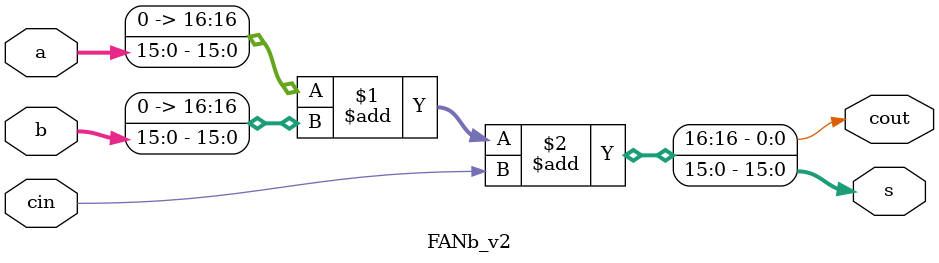
<source format=sv>
`timescale 1ns / 1ps


module FANb_v2#(
    parameter n = 16
)(
    input logic [n - 1 : 0] a, b,
    input logic cin,
    output logic [n - 1 : 0] s,
    output logic cout
);

// Non simplified version
//logic [n : 0] temp;
//assign temp = a + b + cin;
//assign s = temp[n - 1 : 0];
//assign cout = temp[n];

// Simplified version
// We add one bit for the carry
assign {cout, s} = {1'b0, a} + {1'b0, b} + cin;

endmodule

</source>
